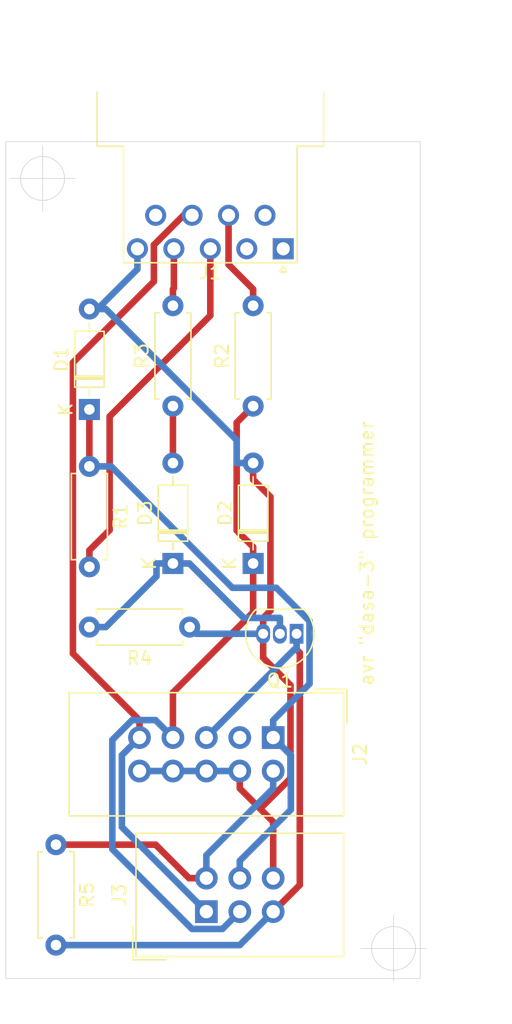
<source format=kicad_pcb>
(kicad_pcb (version 20171130) (host pcbnew 5.1.4-3.fc30)

  (general
    (thickness 1.6)
    (drawings 10)
    (tracks 97)
    (zones 0)
    (modules 12)
    (nets 17)
  )

  (page A4)
  (title_block
    (title "AVR dasa-3 programmer PCB layout")
    (date 2019-09-20)
    (rev 1.0)
    (company "mgr inż. Paweł Sobótka")
    (comment 1 "GNU GPLv3")
    (comment 2 "Device AVR Serial Adapter")
  )

  (layers
    (0 F.Cu signal)
    (31 B.Cu signal)
    (32 B.Adhes user)
    (33 F.Adhes user)
    (34 B.Paste user)
    (35 F.Paste user)
    (36 B.SilkS user)
    (37 F.SilkS user)
    (38 B.Mask user)
    (39 F.Mask user)
    (40 Dwgs.User user)
    (41 Cmts.User user)
    (42 Eco1.User user)
    (43 Eco2.User user)
    (44 Edge.Cuts user)
    (45 Margin user)
    (46 B.CrtYd user)
    (47 F.CrtYd user)
    (48 B.Fab user)
    (49 F.Fab user)
  )

  (setup
    (last_trace_width 0.25)
    (user_trace_width 1)
    (trace_clearance 0.2)
    (zone_clearance 0.508)
    (zone_45_only no)
    (trace_min 0.2)
    (via_size 0.8)
    (via_drill 0.4)
    (via_min_size 0.4)
    (via_min_drill 0.3)
    (user_via 1.2 0.5)
    (uvia_size 0.3)
    (uvia_drill 0.1)
    (uvias_allowed no)
    (uvia_min_size 0.2)
    (uvia_min_drill 0.1)
    (edge_width 0.05)
    (segment_width 0.2)
    (pcb_text_width 0.3)
    (pcb_text_size 1.5 1.5)
    (mod_edge_width 0.12)
    (mod_text_size 1 1)
    (mod_text_width 0.15)
    (pad_size 1.524 1.524)
    (pad_drill 0.762)
    (pad_to_mask_clearance 0.051)
    (solder_mask_min_width 0.25)
    (aux_axis_origin 116.586 111.506)
    (visible_elements FFFFFF7F)
    (pcbplotparams
      (layerselection 0x291f0_ffffffff)
      (usegerberextensions false)
      (usegerberattributes false)
      (usegerberadvancedattributes false)
      (creategerberjobfile true)
      (excludeedgelayer true)
      (linewidth 0.100000)
      (plotframeref false)
      (viasonmask false)
      (mode 1)
      (useauxorigin true)
      (hpglpennumber 1)
      (hpglpenspeed 20)
      (hpglpendiameter 15.000000)
      (psnegative false)
      (psa4output false)
      (plotreference true)
      (plotvalue true)
      (plotinvisibletext false)
      (padsonsilk false)
      (subtractmaskfromsilk true)
      (outputformat 1)
      (mirror false)
      (drillshape 0)
      (scaleselection 1)
      (outputdirectory "gerbv/"))
  )

  (net 0 "")
  (net 1 GND)
  (net 2 "Net-(D1-Pad1)")
  (net 3 "Net-(D2-Pad1)")
  (net 4 "Net-(D3-Pad1)")
  (net 5 "Net-(D3-Pad2)")
  (net 6 "Net-(J1-Pad1)")
  (net 7 "Net-(J1-Pad2)")
  (net 8 "Net-(J1-Pad3)")
  (net 9 "Net-(J1-Pad4)")
  (net 10 "Net-(J1-Pad6)")
  (net 11 "Net-(J1-Pad7)")
  (net 12 "Net-(J1-Pad8)")
  (net 13 "Net-(J1-Pad9)")
  (net 14 "Net-(J2-Pad2)")
  (net 15 "Net-(J2-Pad3)")
  (net 16 "Net-(J2-Pad5)")

  (net_class Default "To jest domyślna klasa połączeń."
    (clearance 0.2)
    (trace_width 0.25)
    (via_dia 0.8)
    (via_drill 0.4)
    (uvia_dia 0.3)
    (uvia_drill 0.1)
  )

  (net_class signals ""
    (clearance 0.2)
    (trace_width 0.5)
    (via_dia 0.8)
    (via_drill 0.4)
    (uvia_dia 0.3)
    (uvia_drill 0.1)
    (add_net GND)
    (add_net "Net-(D1-Pad1)")
    (add_net "Net-(D2-Pad1)")
    (add_net "Net-(D3-Pad1)")
    (add_net "Net-(D3-Pad2)")
    (add_net "Net-(J1-Pad1)")
    (add_net "Net-(J1-Pad2)")
    (add_net "Net-(J1-Pad3)")
    (add_net "Net-(J1-Pad4)")
    (add_net "Net-(J1-Pad6)")
    (add_net "Net-(J1-Pad7)")
    (add_net "Net-(J1-Pad8)")
    (add_net "Net-(J1-Pad9)")
    (add_net "Net-(J2-Pad2)")
    (add_net "Net-(J2-Pad3)")
    (add_net "Net-(J2-Pad5)")
  )

  (module Connector_Dsub:DSUB-9_Male_Horizontal_P2.77x2.54mm_EdgePinOffset9.40mm (layer F.Cu) (tedit 59FEDEE2) (tstamp 5D34C7B1)
    (at 137.668 56.134 180)
    (descr "9-pin D-Sub connector, horizontal/angled (90 deg), THT-mount, male, pitch 2.77x2.54mm, pin-PCB-offset 9.4mm, see http://docs-europe.electrocomponents.com/webdocs/1585/0900766b81585df2.pdf")
    (tags "9-pin D-Sub connector horizontal angled 90deg THT male pitch 2.77x2.54mm pin-PCB-offset 9.4mm")
    (path /5D346C6C)
    (fp_text reference J1 (at 5.54 -1.8) (layer F.SilkS)
      (effects (font (size 1 1) (thickness 0.15)))
    )
    (fp_text value DB9_Male (at -6.858 5.08) (layer F.Fab)
      (effects (font (size 1 1) (thickness 0.15)))
    )
    (fp_text user %R (at -4.572 -0.254) (layer F.Fab)
      (effects (font (size 1 1) (thickness 0.15)))
    )
    (fp_line (start 14.2 18.85) (end -3.15 18.85) (layer F.CrtYd) (width 0.05))
    (fp_line (start 14.2 12.85) (end 14.2 18.85) (layer F.CrtYd) (width 0.05))
    (fp_line (start 21.5 12.85) (end 14.2 12.85) (layer F.CrtYd) (width 0.05))
    (fp_line (start 21.5 11.45) (end 21.5 12.85) (layer F.CrtYd) (width 0.05))
    (fp_line (start 14.6 11.45) (end 21.5 11.45) (layer F.CrtYd) (width 0.05))
    (fp_line (start 14.6 7.35) (end 14.6 11.45) (layer F.CrtYd) (width 0.05))
    (fp_line (start 12.4 7.35) (end 14.6 7.35) (layer F.CrtYd) (width 0.05))
    (fp_line (start 12.4 -1.35) (end 12.4 7.35) (layer F.CrtYd) (width 0.05))
    (fp_line (start -1.3 -1.35) (end 12.4 -1.35) (layer F.CrtYd) (width 0.05))
    (fp_line (start -1.3 7.35) (end -1.3 -1.35) (layer F.CrtYd) (width 0.05))
    (fp_line (start -3.55 7.35) (end -1.3 7.35) (layer F.CrtYd) (width 0.05))
    (fp_line (start -3.55 11.45) (end -3.55 7.35) (layer F.CrtYd) (width 0.05))
    (fp_line (start -10.4 11.45) (end -3.55 11.45) (layer F.CrtYd) (width 0.05))
    (fp_line (start -10.4 12.85) (end -10.4 11.45) (layer F.CrtYd) (width 0.05))
    (fp_line (start -3.15 12.85) (end -10.4 12.85) (layer F.CrtYd) (width 0.05))
    (fp_line (start -3.15 18.85) (end -3.15 12.85) (layer F.CrtYd) (width 0.05))
    (fp_line (start 0 -1.321325) (end -0.25 -1.754338) (layer F.SilkS) (width 0.12))
    (fp_line (start 0.25 -1.754338) (end 0 -1.321325) (layer F.SilkS) (width 0.12))
    (fp_line (start -0.25 -1.754338) (end 0.25 -1.754338) (layer F.SilkS) (width 0.12))
    (fp_line (start 14.15 7.78) (end 14.15 11.88) (layer F.SilkS) (width 0.12))
    (fp_line (start 12.14 7.78) (end 14.15 7.78) (layer F.SilkS) (width 0.12))
    (fp_line (start 12.14 -1.06) (end 12.14 7.78) (layer F.SilkS) (width 0.12))
    (fp_line (start -1.06 -1.06) (end 12.14 -1.06) (layer F.SilkS) (width 0.12))
    (fp_line (start -1.06 7.78) (end -1.06 -1.06) (layer F.SilkS) (width 0.12))
    (fp_line (start -3.07 7.78) (end -1.06 7.78) (layer F.SilkS) (width 0.12))
    (fp_line (start -3.07 11.88) (end -3.07 7.78) (layer F.SilkS) (width 0.12))
    (fp_line (start 13.69 12.34) (end -2.61 12.34) (layer F.Fab) (width 0.1))
    (fp_line (start 13.69 18.34) (end 13.69 12.34) (layer F.Fab) (width 0.1))
    (fp_line (start -2.61 18.34) (end 13.69 18.34) (layer F.Fab) (width 0.1))
    (fp_line (start -2.61 12.34) (end -2.61 18.34) (layer F.Fab) (width 0.1))
    (fp_line (start 20.965 11.94) (end -9.885 11.94) (layer F.Fab) (width 0.1))
    (fp_line (start 20.965 12.34) (end 20.965 11.94) (layer F.Fab) (width 0.1))
    (fp_line (start -9.885 12.34) (end 20.965 12.34) (layer F.Fab) (width 0.1))
    (fp_line (start -9.885 11.94) (end -9.885 12.34) (layer F.Fab) (width 0.1))
    (fp_line (start 14.09 7.84) (end -3.01 7.84) (layer F.Fab) (width 0.1))
    (fp_line (start 14.09 11.94) (end 14.09 7.84) (layer F.Fab) (width 0.1))
    (fp_line (start -3.01 11.94) (end 14.09 11.94) (layer F.Fab) (width 0.1))
    (fp_line (start -3.01 7.84) (end -3.01 11.94) (layer F.Fab) (width 0.1))
    (fp_line (start 9.795 2.54) (end 9.795 7.84) (layer F.Fab) (width 0.1))
    (fp_line (start 9.695 2.54) (end 9.695 7.84) (layer F.Fab) (width 0.1))
    (fp_line (start 9.595 2.54) (end 9.595 7.84) (layer F.Fab) (width 0.1))
    (fp_line (start 7.025 2.54) (end 7.025 7.84) (layer F.Fab) (width 0.1))
    (fp_line (start 6.925 2.54) (end 6.925 7.84) (layer F.Fab) (width 0.1))
    (fp_line (start 6.825 2.54) (end 6.825 7.84) (layer F.Fab) (width 0.1))
    (fp_line (start 4.255 2.54) (end 4.255 7.84) (layer F.Fab) (width 0.1))
    (fp_line (start 4.155 2.54) (end 4.155 7.84) (layer F.Fab) (width 0.1))
    (fp_line (start 4.055 2.54) (end 4.055 7.84) (layer F.Fab) (width 0.1))
    (fp_line (start 1.485 2.54) (end 1.485 7.84) (layer F.Fab) (width 0.1))
    (fp_line (start 1.385 2.54) (end 1.385 7.84) (layer F.Fab) (width 0.1))
    (fp_line (start 1.285 2.54) (end 1.285 7.84) (layer F.Fab) (width 0.1))
    (fp_line (start 11.18 0) (end 11.18 7.84) (layer F.Fab) (width 0.1))
    (fp_line (start 11.08 0) (end 11.08 7.84) (layer F.Fab) (width 0.1))
    (fp_line (start 10.98 0) (end 10.98 7.84) (layer F.Fab) (width 0.1))
    (fp_line (start 8.41 0) (end 8.41 7.84) (layer F.Fab) (width 0.1))
    (fp_line (start 8.31 0) (end 8.31 7.84) (layer F.Fab) (width 0.1))
    (fp_line (start 8.21 0) (end 8.21 7.84) (layer F.Fab) (width 0.1))
    (fp_line (start 5.64 0) (end 5.64 7.84) (layer F.Fab) (width 0.1))
    (fp_line (start 5.54 0) (end 5.54 7.84) (layer F.Fab) (width 0.1))
    (fp_line (start 5.44 0) (end 5.44 7.84) (layer F.Fab) (width 0.1))
    (fp_line (start 2.87 0) (end 2.87 7.84) (layer F.Fab) (width 0.1))
    (fp_line (start 2.77 0) (end 2.77 7.84) (layer F.Fab) (width 0.1))
    (fp_line (start 2.67 0) (end 2.67 7.84) (layer F.Fab) (width 0.1))
    (fp_line (start 0.1 0) (end 0.1 7.84) (layer F.Fab) (width 0.1))
    (fp_line (start 0 0) (end 0 7.84) (layer F.Fab) (width 0.1))
    (fp_line (start -0.1 0) (end -0.1 7.84) (layer F.Fab) (width 0.1))
    (pad 9 thru_hole circle (at 9.695 2.54 180) (size 1.6 1.6) (drill 1) (layers *.Cu *.Mask)
      (net 13 "Net-(J1-Pad9)"))
    (pad 8 thru_hole circle (at 6.925 2.54 180) (size 1.6 1.6) (drill 1) (layers *.Cu *.Mask)
      (net 12 "Net-(J1-Pad8)"))
    (pad 7 thru_hole circle (at 4.155 2.54 180) (size 1.6 1.6) (drill 1) (layers *.Cu *.Mask)
      (net 11 "Net-(J1-Pad7)"))
    (pad 6 thru_hole circle (at 1.385 2.54 180) (size 1.6 1.6) (drill 1) (layers *.Cu *.Mask)
      (net 10 "Net-(J1-Pad6)"))
    (pad 5 thru_hole circle (at 11.08 0 180) (size 1.6 1.6) (drill 1) (layers *.Cu *.Mask)
      (net 1 GND))
    (pad 4 thru_hole circle (at 8.31 0 180) (size 1.6 1.6) (drill 1) (layers *.Cu *.Mask)
      (net 9 "Net-(J1-Pad4)"))
    (pad 3 thru_hole circle (at 5.54 0 180) (size 1.6 1.6) (drill 1) (layers *.Cu *.Mask)
      (net 8 "Net-(J1-Pad3)"))
    (pad 2 thru_hole circle (at 2.77 0 180) (size 1.6 1.6) (drill 1) (layers *.Cu *.Mask)
      (net 7 "Net-(J1-Pad2)"))
    (pad 1 thru_hole rect (at 0 0 180) (size 1.6 1.6) (drill 1) (layers *.Cu *.Mask)
      (net 6 "Net-(J1-Pad1)"))
    (model ${KISYS3DMOD}/Connector_Dsub.3dshapes/DSUB-9_Male_Horizontal_P2.77x2.54mm_EdgePinOffset9.40mm.wrl
      (at (xyz 0 0 0))
      (scale (xyz 1 1 1))
      (rotate (xyz 0 0 0))
    )
  )

  (module Diode_THT:D_DO-35_SOD27_P7.62mm_Horizontal (layer F.Cu) (tedit 5AE50CD5) (tstamp 5D34C716)
    (at 122.936 68.326 90)
    (descr "Diode, DO-35_SOD27 series, Axial, Horizontal, pin pitch=7.62mm, , length*diameter=4*2mm^2, , http://www.diodes.com/_files/packages/DO-35.pdf")
    (tags "Diode DO-35_SOD27 series Axial Horizontal pin pitch 7.62mm  length 4mm diameter 2mm")
    (path /5D34DB0D)
    (fp_text reference D1 (at 3.81 -2.12 90) (layer F.SilkS)
      (effects (font (size 1 1) (thickness 0.15)))
    )
    (fp_text value 1N4733A (at 3.81 2.12 90) (layer F.Fab)
      (effects (font (size 1 1) (thickness 0.15)))
    )
    (fp_text user K (at 0 -1.8 90) (layer F.SilkS)
      (effects (font (size 1 1) (thickness 0.15)))
    )
    (fp_text user K (at 0 -1.8 90) (layer F.Fab)
      (effects (font (size 1 1) (thickness 0.15)))
    )
    (fp_text user %R (at 4.11 0 90) (layer F.Fab)
      (effects (font (size 0.8 0.8) (thickness 0.12)))
    )
    (fp_line (start 8.67 -1.25) (end -1.05 -1.25) (layer F.CrtYd) (width 0.05))
    (fp_line (start 8.67 1.25) (end 8.67 -1.25) (layer F.CrtYd) (width 0.05))
    (fp_line (start -1.05 1.25) (end 8.67 1.25) (layer F.CrtYd) (width 0.05))
    (fp_line (start -1.05 -1.25) (end -1.05 1.25) (layer F.CrtYd) (width 0.05))
    (fp_line (start 2.29 -1.12) (end 2.29 1.12) (layer F.SilkS) (width 0.12))
    (fp_line (start 2.53 -1.12) (end 2.53 1.12) (layer F.SilkS) (width 0.12))
    (fp_line (start 2.41 -1.12) (end 2.41 1.12) (layer F.SilkS) (width 0.12))
    (fp_line (start 6.58 0) (end 5.93 0) (layer F.SilkS) (width 0.12))
    (fp_line (start 1.04 0) (end 1.69 0) (layer F.SilkS) (width 0.12))
    (fp_line (start 5.93 -1.12) (end 1.69 -1.12) (layer F.SilkS) (width 0.12))
    (fp_line (start 5.93 1.12) (end 5.93 -1.12) (layer F.SilkS) (width 0.12))
    (fp_line (start 1.69 1.12) (end 5.93 1.12) (layer F.SilkS) (width 0.12))
    (fp_line (start 1.69 -1.12) (end 1.69 1.12) (layer F.SilkS) (width 0.12))
    (fp_line (start 2.31 -1) (end 2.31 1) (layer F.Fab) (width 0.1))
    (fp_line (start 2.51 -1) (end 2.51 1) (layer F.Fab) (width 0.1))
    (fp_line (start 2.41 -1) (end 2.41 1) (layer F.Fab) (width 0.1))
    (fp_line (start 7.62 0) (end 5.81 0) (layer F.Fab) (width 0.1))
    (fp_line (start 0 0) (end 1.81 0) (layer F.Fab) (width 0.1))
    (fp_line (start 5.81 -1) (end 1.81 -1) (layer F.Fab) (width 0.1))
    (fp_line (start 5.81 1) (end 5.81 -1) (layer F.Fab) (width 0.1))
    (fp_line (start 1.81 1) (end 5.81 1) (layer F.Fab) (width 0.1))
    (fp_line (start 1.81 -1) (end 1.81 1) (layer F.Fab) (width 0.1))
    (pad 2 thru_hole oval (at 7.62 0 90) (size 1.6 1.6) (drill 0.8) (layers *.Cu *.Mask)
      (net 1 GND))
    (pad 1 thru_hole rect (at 0 0 90) (size 1.6 1.6) (drill 0.8) (layers *.Cu *.Mask)
      (net 2 "Net-(D1-Pad1)"))
    (model ${KISYS3DMOD}/Diode_THT.3dshapes/D_DO-35_SOD27_P7.62mm_Horizontal.wrl
      (at (xyz 0 0 0))
      (scale (xyz 1 1 1))
      (rotate (xyz 0 0 0))
    )
  )

  (module Diode_THT:D_DO-35_SOD27_P7.62mm_Horizontal (layer F.Cu) (tedit 5AE50CD5) (tstamp 5D34C735)
    (at 135.382 80.01 90)
    (descr "Diode, DO-35_SOD27 series, Axial, Horizontal, pin pitch=7.62mm, , length*diameter=4*2mm^2, , http://www.diodes.com/_files/packages/DO-35.pdf")
    (tags "Diode DO-35_SOD27 series Axial Horizontal pin pitch 7.62mm  length 4mm diameter 2mm")
    (path /5D34DE88)
    (fp_text reference D2 (at 3.81 -2.12 90) (layer F.SilkS)
      (effects (font (size 1 1) (thickness 0.15)))
    )
    (fp_text value 1N4733A (at 3.81 2.12 90) (layer F.Fab)
      (effects (font (size 1 1) (thickness 0.15)))
    )
    (fp_line (start 1.81 -1) (end 1.81 1) (layer F.Fab) (width 0.1))
    (fp_line (start 1.81 1) (end 5.81 1) (layer F.Fab) (width 0.1))
    (fp_line (start 5.81 1) (end 5.81 -1) (layer F.Fab) (width 0.1))
    (fp_line (start 5.81 -1) (end 1.81 -1) (layer F.Fab) (width 0.1))
    (fp_line (start 0 0) (end 1.81 0) (layer F.Fab) (width 0.1))
    (fp_line (start 7.62 0) (end 5.81 0) (layer F.Fab) (width 0.1))
    (fp_line (start 2.41 -1) (end 2.41 1) (layer F.Fab) (width 0.1))
    (fp_line (start 2.51 -1) (end 2.51 1) (layer F.Fab) (width 0.1))
    (fp_line (start 2.31 -1) (end 2.31 1) (layer F.Fab) (width 0.1))
    (fp_line (start 1.69 -1.12) (end 1.69 1.12) (layer F.SilkS) (width 0.12))
    (fp_line (start 1.69 1.12) (end 5.93 1.12) (layer F.SilkS) (width 0.12))
    (fp_line (start 5.93 1.12) (end 5.93 -1.12) (layer F.SilkS) (width 0.12))
    (fp_line (start 5.93 -1.12) (end 1.69 -1.12) (layer F.SilkS) (width 0.12))
    (fp_line (start 1.04 0) (end 1.69 0) (layer F.SilkS) (width 0.12))
    (fp_line (start 6.58 0) (end 5.93 0) (layer F.SilkS) (width 0.12))
    (fp_line (start 2.41 -1.12) (end 2.41 1.12) (layer F.SilkS) (width 0.12))
    (fp_line (start 2.53 -1.12) (end 2.53 1.12) (layer F.SilkS) (width 0.12))
    (fp_line (start 2.29 -1.12) (end 2.29 1.12) (layer F.SilkS) (width 0.12))
    (fp_line (start -1.05 -1.25) (end -1.05 1.25) (layer F.CrtYd) (width 0.05))
    (fp_line (start -1.05 1.25) (end 8.67 1.25) (layer F.CrtYd) (width 0.05))
    (fp_line (start 8.67 1.25) (end 8.67 -1.25) (layer F.CrtYd) (width 0.05))
    (fp_line (start 8.67 -1.25) (end -1.05 -1.25) (layer F.CrtYd) (width 0.05))
    (fp_text user %R (at 4.11 0 90) (layer F.Fab)
      (effects (font (size 0.8 0.8) (thickness 0.12)))
    )
    (fp_text user K (at 0 -1.8 90) (layer F.Fab)
      (effects (font (size 1 1) (thickness 0.15)))
    )
    (fp_text user K (at 0 -1.8 90) (layer F.SilkS)
      (effects (font (size 1 1) (thickness 0.15)))
    )
    (pad 1 thru_hole rect (at 0 0 90) (size 1.6 1.6) (drill 0.8) (layers *.Cu *.Mask)
      (net 3 "Net-(D2-Pad1)"))
    (pad 2 thru_hole oval (at 7.62 0 90) (size 1.6 1.6) (drill 0.8) (layers *.Cu *.Mask)
      (net 1 GND))
    (model ${KISYS3DMOD}/Diode_THT.3dshapes/D_DO-35_SOD27_P7.62mm_Horizontal.wrl
      (at (xyz 0 0 0))
      (scale (xyz 1 1 1))
      (rotate (xyz 0 0 0))
    )
  )

  (module Diode_THT:D_DO-35_SOD27_P7.62mm_Horizontal (layer F.Cu) (tedit 5AE50CD5) (tstamp 5D34C754)
    (at 129.286 80.01 90)
    (descr "Diode, DO-35_SOD27 series, Axial, Horizontal, pin pitch=7.62mm, , length*diameter=4*2mm^2, , http://www.diodes.com/_files/packages/DO-35.pdf")
    (tags "Diode DO-35_SOD27 series Axial Horizontal pin pitch 7.62mm  length 4mm diameter 2mm")
    (path /5D3484F2)
    (fp_text reference D3 (at 3.81 -2.12 90) (layer F.SilkS)
      (effects (font (size 1 1) (thickness 0.15)))
    )
    (fp_text value 1N4148 (at 3.81 2.12 90) (layer F.Fab)
      (effects (font (size 1 1) (thickness 0.15)))
    )
    (fp_line (start 1.81 -1) (end 1.81 1) (layer F.Fab) (width 0.1))
    (fp_line (start 1.81 1) (end 5.81 1) (layer F.Fab) (width 0.1))
    (fp_line (start 5.81 1) (end 5.81 -1) (layer F.Fab) (width 0.1))
    (fp_line (start 5.81 -1) (end 1.81 -1) (layer F.Fab) (width 0.1))
    (fp_line (start 0 0) (end 1.81 0) (layer F.Fab) (width 0.1))
    (fp_line (start 7.62 0) (end 5.81 0) (layer F.Fab) (width 0.1))
    (fp_line (start 2.41 -1) (end 2.41 1) (layer F.Fab) (width 0.1))
    (fp_line (start 2.51 -1) (end 2.51 1) (layer F.Fab) (width 0.1))
    (fp_line (start 2.31 -1) (end 2.31 1) (layer F.Fab) (width 0.1))
    (fp_line (start 1.69 -1.12) (end 1.69 1.12) (layer F.SilkS) (width 0.12))
    (fp_line (start 1.69 1.12) (end 5.93 1.12) (layer F.SilkS) (width 0.12))
    (fp_line (start 5.93 1.12) (end 5.93 -1.12) (layer F.SilkS) (width 0.12))
    (fp_line (start 5.93 -1.12) (end 1.69 -1.12) (layer F.SilkS) (width 0.12))
    (fp_line (start 1.04 0) (end 1.69 0) (layer F.SilkS) (width 0.12))
    (fp_line (start 6.58 0) (end 5.93 0) (layer F.SilkS) (width 0.12))
    (fp_line (start 2.41 -1.12) (end 2.41 1.12) (layer F.SilkS) (width 0.12))
    (fp_line (start 2.53 -1.12) (end 2.53 1.12) (layer F.SilkS) (width 0.12))
    (fp_line (start 2.29 -1.12) (end 2.29 1.12) (layer F.SilkS) (width 0.12))
    (fp_line (start -1.05 -1.25) (end -1.05 1.25) (layer F.CrtYd) (width 0.05))
    (fp_line (start -1.05 1.25) (end 8.67 1.25) (layer F.CrtYd) (width 0.05))
    (fp_line (start 8.67 1.25) (end 8.67 -1.25) (layer F.CrtYd) (width 0.05))
    (fp_line (start 8.67 -1.25) (end -1.05 -1.25) (layer F.CrtYd) (width 0.05))
    (fp_text user %R (at 4.11 0 90) (layer F.Fab)
      (effects (font (size 0.8 0.8) (thickness 0.12)))
    )
    (fp_text user K (at 0 -1.8 90) (layer F.Fab)
      (effects (font (size 1 1) (thickness 0.15)))
    )
    (fp_text user K (at 0 -1.8 90) (layer F.SilkS)
      (effects (font (size 1 1) (thickness 0.15)))
    )
    (pad 1 thru_hole rect (at 0 0 90) (size 1.6 1.6) (drill 0.8) (layers *.Cu *.Mask)
      (net 4 "Net-(D3-Pad1)"))
    (pad 2 thru_hole oval (at 7.62 0 90) (size 1.6 1.6) (drill 0.8) (layers *.Cu *.Mask)
      (net 5 "Net-(D3-Pad2)"))
    (model ${KISYS3DMOD}/Diode_THT.3dshapes/D_DO-35_SOD27_P7.62mm_Horizontal.wrl
      (at (xyz 0 0 0))
      (scale (xyz 1 1 1))
      (rotate (xyz 0 0 0))
    )
  )

  (module Connector_IDC:IDC-Header_2x05_P2.54mm_Vertical (layer F.Cu) (tedit 59DE0611) (tstamp 5D34C7D9)
    (at 136.906 93.218 270)
    (descr "Through hole straight IDC box header, 2x05, 2.54mm pitch, double rows")
    (tags "Through hole IDC box header THT 2x05 2.54mm double row")
    (path /5D350C85)
    (fp_text reference J2 (at 1.27 -6.604 90) (layer F.SilkS)
      (effects (font (size 1 1) (thickness 0.15)))
    )
    (fp_text value AVR-ISP-10 (at 1.27 16.764 90) (layer F.Fab)
      (effects (font (size 1 1) (thickness 0.15)))
    )
    (fp_text user %R (at 1.27 5.08 90) (layer F.Fab)
      (effects (font (size 1 1) (thickness 0.15)))
    )
    (fp_line (start 5.695 -5.1) (end 5.695 15.26) (layer F.Fab) (width 0.1))
    (fp_line (start 5.145 -4.56) (end 5.145 14.7) (layer F.Fab) (width 0.1))
    (fp_line (start -3.155 -5.1) (end -3.155 15.26) (layer F.Fab) (width 0.1))
    (fp_line (start -2.605 -4.56) (end -2.605 2.83) (layer F.Fab) (width 0.1))
    (fp_line (start -2.605 7.33) (end -2.605 14.7) (layer F.Fab) (width 0.1))
    (fp_line (start -2.605 2.83) (end -3.155 2.83) (layer F.Fab) (width 0.1))
    (fp_line (start -2.605 7.33) (end -3.155 7.33) (layer F.Fab) (width 0.1))
    (fp_line (start 5.695 -5.1) (end -3.155 -5.1) (layer F.Fab) (width 0.1))
    (fp_line (start 5.145 -4.56) (end -2.605 -4.56) (layer F.Fab) (width 0.1))
    (fp_line (start 5.695 15.26) (end -3.155 15.26) (layer F.Fab) (width 0.1))
    (fp_line (start 5.145 14.7) (end -2.605 14.7) (layer F.Fab) (width 0.1))
    (fp_line (start 5.695 -5.1) (end 5.145 -4.56) (layer F.Fab) (width 0.1))
    (fp_line (start 5.695 15.26) (end 5.145 14.7) (layer F.Fab) (width 0.1))
    (fp_line (start -3.155 -5.1) (end -2.605 -4.56) (layer F.Fab) (width 0.1))
    (fp_line (start -3.155 15.26) (end -2.605 14.7) (layer F.Fab) (width 0.1))
    (fp_line (start 5.95 -5.35) (end 5.95 15.51) (layer F.CrtYd) (width 0.05))
    (fp_line (start 5.95 15.51) (end -3.41 15.51) (layer F.CrtYd) (width 0.05))
    (fp_line (start -3.41 15.51) (end -3.41 -5.35) (layer F.CrtYd) (width 0.05))
    (fp_line (start -3.41 -5.35) (end 5.95 -5.35) (layer F.CrtYd) (width 0.05))
    (fp_line (start 5.945 -5.35) (end 5.945 15.51) (layer F.SilkS) (width 0.12))
    (fp_line (start 5.945 15.51) (end -3.405 15.51) (layer F.SilkS) (width 0.12))
    (fp_line (start -3.405 15.51) (end -3.405 -5.35) (layer F.SilkS) (width 0.12))
    (fp_line (start -3.405 -5.35) (end 5.945 -5.35) (layer F.SilkS) (width 0.12))
    (fp_line (start -3.655 -5.6) (end -3.655 -3.06) (layer F.SilkS) (width 0.12))
    (fp_line (start -3.655 -5.6) (end -1.115 -5.6) (layer F.SilkS) (width 0.12))
    (pad 1 thru_hole rect (at 0 0 270) (size 1.7272 1.7272) (drill 1.016) (layers *.Cu *.Mask)
      (net 2 "Net-(D1-Pad1)"))
    (pad 2 thru_hole oval (at 2.54 0 270) (size 1.7272 1.7272) (drill 1.016) (layers *.Cu *.Mask)
      (net 14 "Net-(J2-Pad2)"))
    (pad 3 thru_hole oval (at 0 2.54 270) (size 1.7272 1.7272) (drill 1.016) (layers *.Cu *.Mask)
      (net 15 "Net-(J2-Pad3)"))
    (pad 4 thru_hole oval (at 2.54 2.54 270) (size 1.7272 1.7272) (drill 1.016) (layers *.Cu *.Mask)
      (net 1 GND))
    (pad 5 thru_hole oval (at 0 5.08 270) (size 1.7272 1.7272) (drill 1.016) (layers *.Cu *.Mask)
      (net 16 "Net-(J2-Pad5)"))
    (pad 6 thru_hole oval (at 2.54 5.08 270) (size 1.7272 1.7272) (drill 1.016) (layers *.Cu *.Mask)
      (net 1 GND))
    (pad 7 thru_hole oval (at 0 7.62 270) (size 1.7272 1.7272) (drill 1.016) (layers *.Cu *.Mask)
      (net 3 "Net-(D2-Pad1)"))
    (pad 8 thru_hole oval (at 2.54 7.62 270) (size 1.7272 1.7272) (drill 1.016) (layers *.Cu *.Mask)
      (net 1 GND))
    (pad 9 thru_hole oval (at 0 10.16 270) (size 1.7272 1.7272) (drill 1.016) (layers *.Cu *.Mask)
      (net 12 "Net-(J1-Pad8)"))
    (pad 10 thru_hole oval (at 2.54 10.16 270) (size 1.7272 1.7272) (drill 1.016) (layers *.Cu *.Mask)
      (net 1 GND))
    (model ${KISYS3DMOD}/Connector_IDC.3dshapes/IDC-Header_2x05_P2.54mm_Vertical.wrl
      (at (xyz 0 0 0))
      (scale (xyz 1 1 1))
      (rotate (xyz 0 0 0))
    )
  )

  (module Connector_IDC:IDC-Header_2x03_P2.54mm_Vertical (layer F.Cu) (tedit 59DE0819) (tstamp 5D35C2DC)
    (at 131.826 106.426 90)
    (descr "Through hole straight IDC box header, 2x03, 2.54mm pitch, double rows")
    (tags "Through hole IDC box header THT 2x03 2.54mm double row")
    (path /5D35091F)
    (fp_text reference J3 (at 1.27 -6.604 90) (layer F.SilkS)
      (effects (font (size 1 1) (thickness 0.15)))
    )
    (fp_text value AVR-ISP-6 (at 1.27 11.684 90) (layer F.Fab)
      (effects (font (size 1 1) (thickness 0.15)))
    )
    (fp_text user %R (at 1.27 2.54 90) (layer F.Fab)
      (effects (font (size 1 1) (thickness 0.15)))
    )
    (fp_line (start 5.695 -5.1) (end 5.695 10.18) (layer F.Fab) (width 0.1))
    (fp_line (start 5.145 -4.56) (end 5.145 9.62) (layer F.Fab) (width 0.1))
    (fp_line (start -3.155 -5.1) (end -3.155 10.18) (layer F.Fab) (width 0.1))
    (fp_line (start -2.605 -4.56) (end -2.605 0.29) (layer F.Fab) (width 0.1))
    (fp_line (start -2.605 4.79) (end -2.605 9.62) (layer F.Fab) (width 0.1))
    (fp_line (start -2.605 0.29) (end -3.155 0.29) (layer F.Fab) (width 0.1))
    (fp_line (start -2.605 4.79) (end -3.155 4.79) (layer F.Fab) (width 0.1))
    (fp_line (start 5.695 -5.1) (end -3.155 -5.1) (layer F.Fab) (width 0.1))
    (fp_line (start 5.145 -4.56) (end -2.605 -4.56) (layer F.Fab) (width 0.1))
    (fp_line (start 5.695 10.18) (end -3.155 10.18) (layer F.Fab) (width 0.1))
    (fp_line (start 5.145 9.62) (end -2.605 9.62) (layer F.Fab) (width 0.1))
    (fp_line (start 5.695 -5.1) (end 5.145 -4.56) (layer F.Fab) (width 0.1))
    (fp_line (start 5.695 10.18) (end 5.145 9.62) (layer F.Fab) (width 0.1))
    (fp_line (start -3.155 -5.1) (end -2.605 -4.56) (layer F.Fab) (width 0.1))
    (fp_line (start -3.155 10.18) (end -2.605 9.62) (layer F.Fab) (width 0.1))
    (fp_line (start 5.95 -5.35) (end 5.95 10.43) (layer F.CrtYd) (width 0.05))
    (fp_line (start 5.95 10.43) (end -3.41 10.43) (layer F.CrtYd) (width 0.05))
    (fp_line (start -3.41 10.43) (end -3.41 -5.35) (layer F.CrtYd) (width 0.05))
    (fp_line (start -3.41 -5.35) (end 5.95 -5.35) (layer F.CrtYd) (width 0.05))
    (fp_line (start 5.945 -5.35) (end 5.945 10.43) (layer F.SilkS) (width 0.12))
    (fp_line (start 5.945 10.43) (end -3.405 10.43) (layer F.SilkS) (width 0.12))
    (fp_line (start -3.405 10.43) (end -3.405 -5.35) (layer F.SilkS) (width 0.12))
    (fp_line (start -3.405 -5.35) (end 5.945 -5.35) (layer F.SilkS) (width 0.12))
    (fp_line (start -3.655 -5.6) (end -3.655 -3.06) (layer F.SilkS) (width 0.12))
    (fp_line (start -3.655 -5.6) (end -1.115 -5.6) (layer F.SilkS) (width 0.12))
    (pad 1 thru_hole rect (at 0 0 90) (size 1.7272 1.7272) (drill 1.016) (layers *.Cu *.Mask)
      (net 12 "Net-(J1-Pad8)"))
    (pad 2 thru_hole oval (at 2.54 0 90) (size 1.7272 1.7272) (drill 1.016) (layers *.Cu *.Mask)
      (net 14 "Net-(J2-Pad2)"))
    (pad 3 thru_hole oval (at 0 2.54 90) (size 1.7272 1.7272) (drill 1.016) (layers *.Cu *.Mask)
      (net 3 "Net-(D2-Pad1)"))
    (pad 4 thru_hole oval (at 2.54 2.54 90) (size 1.7272 1.7272) (drill 1.016) (layers *.Cu *.Mask)
      (net 2 "Net-(D1-Pad1)"))
    (pad 5 thru_hole oval (at 0 5.08 90) (size 1.7272 1.7272) (drill 1.016) (layers *.Cu *.Mask)
      (net 16 "Net-(J2-Pad5)"))
    (pad 6 thru_hole oval (at 2.54 5.08 90) (size 1.7272 1.7272) (drill 1.016) (layers *.Cu *.Mask)
      (net 1 GND))
    (model ${KISYS3DMOD}/Connector_IDC.3dshapes/IDC-Header_2x03_P2.54mm_Vertical.wrl
      (at (xyz 0 0 0))
      (scale (xyz 1 1 1))
      (rotate (xyz 0 0 0))
    )
  )

  (module Package_TO_SOT_THT:TO-92_Inline (layer F.Cu) (tedit 5A1DD157) (tstamp 5D34C80F)
    (at 138.684 85.344 180)
    (descr "TO-92 leads in-line, narrow, oval pads, drill 0.75mm (see NXP sot054_po.pdf)")
    (tags "to-92 sc-43 sc-43a sot54 PA33 transistor")
    (path /5D350391)
    (fp_text reference Q1 (at 1.27 -3.56) (layer F.SilkS)
      (effects (font (size 1 1) (thickness 0.15)))
    )
    (fp_text value BC546 (at 1.27 2.79) (layer F.Fab)
      (effects (font (size 1 1) (thickness 0.15)))
    )
    (fp_text user %R (at 1.27 -3.56) (layer F.Fab)
      (effects (font (size 1 1) (thickness 0.15)))
    )
    (fp_line (start -0.53 1.85) (end 3.07 1.85) (layer F.SilkS) (width 0.12))
    (fp_line (start -0.5 1.75) (end 3 1.75) (layer F.Fab) (width 0.1))
    (fp_line (start -1.46 -2.73) (end 4 -2.73) (layer F.CrtYd) (width 0.05))
    (fp_line (start -1.46 -2.73) (end -1.46 2.01) (layer F.CrtYd) (width 0.05))
    (fp_line (start 4 2.01) (end 4 -2.73) (layer F.CrtYd) (width 0.05))
    (fp_line (start 4 2.01) (end -1.46 2.01) (layer F.CrtYd) (width 0.05))
    (fp_arc (start 1.27 0) (end 1.27 -2.48) (angle 135) (layer F.Fab) (width 0.1))
    (fp_arc (start 1.27 0) (end 1.27 -2.6) (angle -135) (layer F.SilkS) (width 0.12))
    (fp_arc (start 1.27 0) (end 1.27 -2.48) (angle -135) (layer F.Fab) (width 0.1))
    (fp_arc (start 1.27 0) (end 1.27 -2.6) (angle 135) (layer F.SilkS) (width 0.12))
    (pad 2 thru_hole oval (at 1.27 0 180) (size 1.05 1.5) (drill 0.75) (layers *.Cu *.Mask)
      (net 4 "Net-(D3-Pad1)"))
    (pad 3 thru_hole oval (at 2.54 0 180) (size 1.05 1.5) (drill 0.75) (layers *.Cu *.Mask)
      (net 1 GND))
    (pad 1 thru_hole rect (at 0 0 180) (size 1.05 1.5) (drill 0.75) (layers *.Cu *.Mask)
      (net 16 "Net-(J2-Pad5)"))
    (model ${KISYS3DMOD}/Package_TO_SOT_THT.3dshapes/TO-92_Inline.wrl
      (at (xyz 0 0 0))
      (scale (xyz 1 1 1))
      (rotate (xyz 0 0 0))
    )
  )

  (module Resistor_THT:R_Axial_DIN0207_L6.3mm_D2.5mm_P7.62mm_Horizontal (layer F.Cu) (tedit 5AE5139B) (tstamp 5D34C826)
    (at 122.936 72.644 270)
    (descr "Resistor, Axial_DIN0207 series, Axial, Horizontal, pin pitch=7.62mm, 0.25W = 1/4W, length*diameter=6.3*2.5mm^2, http://cdn-reichelt.de/documents/datenblatt/B400/1_4W%23YAG.pdf")
    (tags "Resistor Axial_DIN0207 series Axial Horizontal pin pitch 7.62mm 0.25W = 1/4W length 6.3mm diameter 2.5mm")
    (path /5D347D96)
    (fp_text reference R1 (at 3.81 -2.37 90) (layer F.SilkS)
      (effects (font (size 1 1) (thickness 0.15)))
    )
    (fp_text value 4k7 (at 3.81 2.37 90) (layer F.Fab)
      (effects (font (size 1 1) (thickness 0.15)))
    )
    (fp_line (start 0.66 -1.25) (end 0.66 1.25) (layer F.Fab) (width 0.1))
    (fp_line (start 0.66 1.25) (end 6.96 1.25) (layer F.Fab) (width 0.1))
    (fp_line (start 6.96 1.25) (end 6.96 -1.25) (layer F.Fab) (width 0.1))
    (fp_line (start 6.96 -1.25) (end 0.66 -1.25) (layer F.Fab) (width 0.1))
    (fp_line (start 0 0) (end 0.66 0) (layer F.Fab) (width 0.1))
    (fp_line (start 7.62 0) (end 6.96 0) (layer F.Fab) (width 0.1))
    (fp_line (start 0.54 -1.04) (end 0.54 -1.37) (layer F.SilkS) (width 0.12))
    (fp_line (start 0.54 -1.37) (end 7.08 -1.37) (layer F.SilkS) (width 0.12))
    (fp_line (start 7.08 -1.37) (end 7.08 -1.04) (layer F.SilkS) (width 0.12))
    (fp_line (start 0.54 1.04) (end 0.54 1.37) (layer F.SilkS) (width 0.12))
    (fp_line (start 0.54 1.37) (end 7.08 1.37) (layer F.SilkS) (width 0.12))
    (fp_line (start 7.08 1.37) (end 7.08 1.04) (layer F.SilkS) (width 0.12))
    (fp_line (start -1.05 -1.5) (end -1.05 1.5) (layer F.CrtYd) (width 0.05))
    (fp_line (start -1.05 1.5) (end 8.67 1.5) (layer F.CrtYd) (width 0.05))
    (fp_line (start 8.67 1.5) (end 8.67 -1.5) (layer F.CrtYd) (width 0.05))
    (fp_line (start 8.67 -1.5) (end -1.05 -1.5) (layer F.CrtYd) (width 0.05))
    (fp_text user %R (at 3.81 0 90) (layer F.Fab)
      (effects (font (size 1 1) (thickness 0.15)))
    )
    (pad 1 thru_hole circle (at 0 0 270) (size 1.6 1.6) (drill 0.8) (layers *.Cu *.Mask)
      (net 2 "Net-(D1-Pad1)"))
    (pad 2 thru_hole oval (at 7.62 0 270) (size 1.6 1.6) (drill 0.8) (layers *.Cu *.Mask)
      (net 8 "Net-(J1-Pad3)"))
    (model ${KISYS3DMOD}/Resistor_THT.3dshapes/R_Axial_DIN0207_L6.3mm_D2.5mm_P7.62mm_Horizontal.wrl
      (at (xyz 0 0 0))
      (scale (xyz 1 1 1))
      (rotate (xyz 0 0 0))
    )
  )

  (module Resistor_THT:R_Axial_DIN0207_L6.3mm_D2.5mm_P7.62mm_Horizontal (layer F.Cu) (tedit 5AE5139B) (tstamp 5D35C4CD)
    (at 135.382 68.072 90)
    (descr "Resistor, Axial_DIN0207 series, Axial, Horizontal, pin pitch=7.62mm, 0.25W = 1/4W, length*diameter=6.3*2.5mm^2, http://cdn-reichelt.de/documents/datenblatt/B400/1_4W%23YAG.pdf")
    (tags "Resistor Axial_DIN0207 series Axial Horizontal pin pitch 7.62mm 0.25W = 1/4W length 6.3mm diameter 2.5mm")
    (path /5D347F69)
    (fp_text reference R2 (at 3.81 -2.37 90) (layer F.SilkS)
      (effects (font (size 1 1) (thickness 0.15)))
    )
    (fp_text value 4k7 (at 3.81 2.37 90) (layer F.Fab)
      (effects (font (size 1 1) (thickness 0.15)))
    )
    (fp_text user %R (at 3.81 0 90) (layer F.Fab)
      (effects (font (size 1 1) (thickness 0.15)))
    )
    (fp_line (start 8.67 -1.5) (end -1.05 -1.5) (layer F.CrtYd) (width 0.05))
    (fp_line (start 8.67 1.5) (end 8.67 -1.5) (layer F.CrtYd) (width 0.05))
    (fp_line (start -1.05 1.5) (end 8.67 1.5) (layer F.CrtYd) (width 0.05))
    (fp_line (start -1.05 -1.5) (end -1.05 1.5) (layer F.CrtYd) (width 0.05))
    (fp_line (start 7.08 1.37) (end 7.08 1.04) (layer F.SilkS) (width 0.12))
    (fp_line (start 0.54 1.37) (end 7.08 1.37) (layer F.SilkS) (width 0.12))
    (fp_line (start 0.54 1.04) (end 0.54 1.37) (layer F.SilkS) (width 0.12))
    (fp_line (start 7.08 -1.37) (end 7.08 -1.04) (layer F.SilkS) (width 0.12))
    (fp_line (start 0.54 -1.37) (end 7.08 -1.37) (layer F.SilkS) (width 0.12))
    (fp_line (start 0.54 -1.04) (end 0.54 -1.37) (layer F.SilkS) (width 0.12))
    (fp_line (start 7.62 0) (end 6.96 0) (layer F.Fab) (width 0.1))
    (fp_line (start 0 0) (end 0.66 0) (layer F.Fab) (width 0.1))
    (fp_line (start 6.96 -1.25) (end 0.66 -1.25) (layer F.Fab) (width 0.1))
    (fp_line (start 6.96 1.25) (end 6.96 -1.25) (layer F.Fab) (width 0.1))
    (fp_line (start 0.66 1.25) (end 6.96 1.25) (layer F.Fab) (width 0.1))
    (fp_line (start 0.66 -1.25) (end 0.66 1.25) (layer F.Fab) (width 0.1))
    (pad 2 thru_hole oval (at 7.62 0 90) (size 1.6 1.6) (drill 0.8) (layers *.Cu *.Mask)
      (net 11 "Net-(J1-Pad7)"))
    (pad 1 thru_hole circle (at 0 0 90) (size 1.6 1.6) (drill 0.8) (layers *.Cu *.Mask)
      (net 3 "Net-(D2-Pad1)"))
    (model ${KISYS3DMOD}/Resistor_THT.3dshapes/R_Axial_DIN0207_L6.3mm_D2.5mm_P7.62mm_Horizontal.wrl
      (at (xyz 0 0 0))
      (scale (xyz 1 1 1))
      (rotate (xyz 0 0 0))
    )
  )

  (module Resistor_THT:R_Axial_DIN0207_L6.3mm_D2.5mm_P7.62mm_Horizontal (layer F.Cu) (tedit 5AE5139B) (tstamp 5D34C854)
    (at 129.286 68.072 90)
    (descr "Resistor, Axial_DIN0207 series, Axial, Horizontal, pin pitch=7.62mm, 0.25W = 1/4W, length*diameter=6.3*2.5mm^2, http://cdn-reichelt.de/documents/datenblatt/B400/1_4W%23YAG.pdf")
    (tags "Resistor Axial_DIN0207 series Axial Horizontal pin pitch 7.62mm 0.25W = 1/4W length 6.3mm diameter 2.5mm")
    (path /5D34822E)
    (fp_text reference R3 (at 3.81 -2.37 90) (layer F.SilkS)
      (effects (font (size 1 1) (thickness 0.15)))
    )
    (fp_text value 10k (at 3.81 2.37 90) (layer F.Fab)
      (effects (font (size 1 1) (thickness 0.15)))
    )
    (fp_text user %R (at 3.81 0 90) (layer F.Fab)
      (effects (font (size 1 1) (thickness 0.15)))
    )
    (fp_line (start 8.67 -1.5) (end -1.05 -1.5) (layer F.CrtYd) (width 0.05))
    (fp_line (start 8.67 1.5) (end 8.67 -1.5) (layer F.CrtYd) (width 0.05))
    (fp_line (start -1.05 1.5) (end 8.67 1.5) (layer F.CrtYd) (width 0.05))
    (fp_line (start -1.05 -1.5) (end -1.05 1.5) (layer F.CrtYd) (width 0.05))
    (fp_line (start 7.08 1.37) (end 7.08 1.04) (layer F.SilkS) (width 0.12))
    (fp_line (start 0.54 1.37) (end 7.08 1.37) (layer F.SilkS) (width 0.12))
    (fp_line (start 0.54 1.04) (end 0.54 1.37) (layer F.SilkS) (width 0.12))
    (fp_line (start 7.08 -1.37) (end 7.08 -1.04) (layer F.SilkS) (width 0.12))
    (fp_line (start 0.54 -1.37) (end 7.08 -1.37) (layer F.SilkS) (width 0.12))
    (fp_line (start 0.54 -1.04) (end 0.54 -1.37) (layer F.SilkS) (width 0.12))
    (fp_line (start 7.62 0) (end 6.96 0) (layer F.Fab) (width 0.1))
    (fp_line (start 0 0) (end 0.66 0) (layer F.Fab) (width 0.1))
    (fp_line (start 6.96 -1.25) (end 0.66 -1.25) (layer F.Fab) (width 0.1))
    (fp_line (start 6.96 1.25) (end 6.96 -1.25) (layer F.Fab) (width 0.1))
    (fp_line (start 0.66 1.25) (end 6.96 1.25) (layer F.Fab) (width 0.1))
    (fp_line (start 0.66 -1.25) (end 0.66 1.25) (layer F.Fab) (width 0.1))
    (pad 2 thru_hole oval (at 7.62 0 90) (size 1.6 1.6) (drill 0.8) (layers *.Cu *.Mask)
      (net 9 "Net-(J1-Pad4)"))
    (pad 1 thru_hole circle (at 0 0 90) (size 1.6 1.6) (drill 0.8) (layers *.Cu *.Mask)
      (net 5 "Net-(D3-Pad2)"))
    (model ${KISYS3DMOD}/Resistor_THT.3dshapes/R_Axial_DIN0207_L6.3mm_D2.5mm_P7.62mm_Horizontal.wrl
      (at (xyz 0 0 0))
      (scale (xyz 1 1 1))
      (rotate (xyz 0 0 0))
    )
  )

  (module Resistor_THT:R_Axial_DIN0207_L6.3mm_D2.5mm_P7.62mm_Horizontal (layer F.Cu) (tedit 5AE5139B) (tstamp 5D34C86B)
    (at 130.556 84.836 180)
    (descr "Resistor, Axial_DIN0207 series, Axial, Horizontal, pin pitch=7.62mm, 0.25W = 1/4W, length*diameter=6.3*2.5mm^2, http://cdn-reichelt.de/documents/datenblatt/B400/1_4W%23YAG.pdf")
    (tags "Resistor Axial_DIN0207 series Axial Horizontal pin pitch 7.62mm 0.25W = 1/4W length 6.3mm diameter 2.5mm")
    (path /5D36AFEE)
    (fp_text reference R4 (at 3.81 -2.37) (layer F.SilkS)
      (effects (font (size 1 1) (thickness 0.15)))
    )
    (fp_text value 4k7 (at 3.81 2.37) (layer F.Fab)
      (effects (font (size 1 1) (thickness 0.15)))
    )
    (fp_line (start 0.66 -1.25) (end 0.66 1.25) (layer F.Fab) (width 0.1))
    (fp_line (start 0.66 1.25) (end 6.96 1.25) (layer F.Fab) (width 0.1))
    (fp_line (start 6.96 1.25) (end 6.96 -1.25) (layer F.Fab) (width 0.1))
    (fp_line (start 6.96 -1.25) (end 0.66 -1.25) (layer F.Fab) (width 0.1))
    (fp_line (start 0 0) (end 0.66 0) (layer F.Fab) (width 0.1))
    (fp_line (start 7.62 0) (end 6.96 0) (layer F.Fab) (width 0.1))
    (fp_line (start 0.54 -1.04) (end 0.54 -1.37) (layer F.SilkS) (width 0.12))
    (fp_line (start 0.54 -1.37) (end 7.08 -1.37) (layer F.SilkS) (width 0.12))
    (fp_line (start 7.08 -1.37) (end 7.08 -1.04) (layer F.SilkS) (width 0.12))
    (fp_line (start 0.54 1.04) (end 0.54 1.37) (layer F.SilkS) (width 0.12))
    (fp_line (start 0.54 1.37) (end 7.08 1.37) (layer F.SilkS) (width 0.12))
    (fp_line (start 7.08 1.37) (end 7.08 1.04) (layer F.SilkS) (width 0.12))
    (fp_line (start -1.05 -1.5) (end -1.05 1.5) (layer F.CrtYd) (width 0.05))
    (fp_line (start -1.05 1.5) (end 8.67 1.5) (layer F.CrtYd) (width 0.05))
    (fp_line (start 8.67 1.5) (end 8.67 -1.5) (layer F.CrtYd) (width 0.05))
    (fp_line (start 8.67 -1.5) (end -1.05 -1.5) (layer F.CrtYd) (width 0.05))
    (fp_text user %R (at 3.81 0) (layer F.Fab)
      (effects (font (size 1 1) (thickness 0.15)))
    )
    (pad 1 thru_hole circle (at 0 0 180) (size 1.6 1.6) (drill 0.8) (layers *.Cu *.Mask)
      (net 1 GND))
    (pad 2 thru_hole oval (at 7.62 0 180) (size 1.6 1.6) (drill 0.8) (layers *.Cu *.Mask)
      (net 4 "Net-(D3-Pad1)"))
    (model ${KISYS3DMOD}/Resistor_THT.3dshapes/R_Axial_DIN0207_L6.3mm_D2.5mm_P7.62mm_Horizontal.wrl
      (at (xyz 0 0 0))
      (scale (xyz 1 1 1))
      (rotate (xyz 0 0 0))
    )
  )

  (module Resistor_THT:R_Axial_DIN0207_L6.3mm_D2.5mm_P7.62mm_Horizontal (layer F.Cu) (tedit 5AE5139B) (tstamp 5D34C882)
    (at 120.396 101.346 270)
    (descr "Resistor, Axial_DIN0207 series, Axial, Horizontal, pin pitch=7.62mm, 0.25W = 1/4W, length*diameter=6.3*2.5mm^2, http://cdn-reichelt.de/documents/datenblatt/B400/1_4W%23YAG.pdf")
    (tags "Resistor Axial_DIN0207 series Axial Horizontal pin pitch 7.62mm 0.25W = 1/4W length 6.3mm diameter 2.5mm")
    (path /5D348090)
    (fp_text reference R5 (at 3.81 -2.37 90) (layer F.SilkS)
      (effects (font (size 1 1) (thickness 0.15)))
    )
    (fp_text value 10k (at 3.81 2.37 90) (layer F.Fab)
      (effects (font (size 1 1) (thickness 0.15)))
    )
    (fp_line (start 0.66 -1.25) (end 0.66 1.25) (layer F.Fab) (width 0.1))
    (fp_line (start 0.66 1.25) (end 6.96 1.25) (layer F.Fab) (width 0.1))
    (fp_line (start 6.96 1.25) (end 6.96 -1.25) (layer F.Fab) (width 0.1))
    (fp_line (start 6.96 -1.25) (end 0.66 -1.25) (layer F.Fab) (width 0.1))
    (fp_line (start 0 0) (end 0.66 0) (layer F.Fab) (width 0.1))
    (fp_line (start 7.62 0) (end 6.96 0) (layer F.Fab) (width 0.1))
    (fp_line (start 0.54 -1.04) (end 0.54 -1.37) (layer F.SilkS) (width 0.12))
    (fp_line (start 0.54 -1.37) (end 7.08 -1.37) (layer F.SilkS) (width 0.12))
    (fp_line (start 7.08 -1.37) (end 7.08 -1.04) (layer F.SilkS) (width 0.12))
    (fp_line (start 0.54 1.04) (end 0.54 1.37) (layer F.SilkS) (width 0.12))
    (fp_line (start 0.54 1.37) (end 7.08 1.37) (layer F.SilkS) (width 0.12))
    (fp_line (start 7.08 1.37) (end 7.08 1.04) (layer F.SilkS) (width 0.12))
    (fp_line (start -1.05 -1.5) (end -1.05 1.5) (layer F.CrtYd) (width 0.05))
    (fp_line (start -1.05 1.5) (end 8.67 1.5) (layer F.CrtYd) (width 0.05))
    (fp_line (start 8.67 1.5) (end 8.67 -1.5) (layer F.CrtYd) (width 0.05))
    (fp_line (start 8.67 -1.5) (end -1.05 -1.5) (layer F.CrtYd) (width 0.05))
    (fp_text user %R (at 3.81 0 90) (layer F.Fab)
      (effects (font (size 1 1) (thickness 0.15)))
    )
    (pad 1 thru_hole circle (at 0 0 270) (size 1.6 1.6) (drill 0.8) (layers *.Cu *.Mask)
      (net 14 "Net-(J2-Pad2)"))
    (pad 2 thru_hole oval (at 7.62 0 270) (size 1.6 1.6) (drill 0.8) (layers *.Cu *.Mask)
      (net 16 "Net-(J2-Pad5)"))
    (model ${KISYS3DMOD}/Resistor_THT.3dshapes/R_Axial_DIN0207_L6.3mm_D2.5mm_P7.62mm_Horizontal.wrl
      (at (xyz 0 0 0))
      (scale (xyz 1 1 1))
      (rotate (xyz 0 0 0))
    )
  )

  (dimension 63.506 (width 0.15) (layer Cmts.User)
    (gr_text "63,506 mm" (at 153.7 79.753 90) (layer Cmts.User)
      (effects (font (size 1 1) (thickness 0.15)))
    )
    (feature1 (pts (xy 148.082 48) (xy 152.986421 48)))
    (feature2 (pts (xy 148.082 111.506) (xy 152.986421 111.506)))
    (crossbar (pts (xy 152.4 111.506) (xy 152.4 48)))
    (arrow1a (pts (xy 152.4 48) (xy 152.986421 49.126504)))
    (arrow1b (pts (xy 152.4 48) (xy 151.813579 49.126504)))
    (arrow2a (pts (xy 152.4 111.506) (xy 152.986421 110.379496)))
    (arrow2b (pts (xy 152.4 111.506) (xy 151.813579 110.379496)))
  )
  (dimension 31.496 (width 0.15) (layer Cmts.User)
    (gr_text "31,496 mm" (at 132.334 115.6) (layer Cmts.User)
      (effects (font (size 1 1) (thickness 0.15)))
    )
    (feature1 (pts (xy 148.082 111.506) (xy 148.082 114.886421)))
    (feature2 (pts (xy 116.586 111.506) (xy 116.586 114.886421)))
    (crossbar (pts (xy 116.586 114.3) (xy 148.082 114.3)))
    (arrow1a (pts (xy 148.082 114.3) (xy 146.955496 114.886421)))
    (arrow1b (pts (xy 148.082 114.3) (xy 146.955496 113.713579)))
    (arrow2a (pts (xy 116.586 114.3) (xy 117.712504 114.886421)))
    (arrow2b (pts (xy 116.586 114.3) (xy 117.712504 113.713579)))
  )
  (target plus (at 146.05 109.22) (size 5) (width 0.05) (layer Edge.Cuts))
  (gr_text "avr \"dasa-3\" programmer" (at 144.018 79.248 90) (layer F.SilkS)
    (effects (font (size 1 1) (thickness 0.15)))
  )
  (target plus (at 119.38 50.8) (size 5) (width 0.05) (layer Edge.Cuts))
  (gr_line (start 116.586 48) (end 116.586 53.34) (layer Edge.Cuts) (width 0.05) (tstamp 5D35D15F))
  (gr_line (start 116.586 111.506) (end 116.586 53.34) (layer Edge.Cuts) (width 0.05))
  (gr_line (start 148.082 111.506) (end 116.586 111.506) (layer Edge.Cuts) (width 0.05))
  (gr_line (start 148.082 48) (end 148.082 111.506) (layer Edge.Cuts) (width 0.05))
  (gr_line (start 116.586 48) (end 148.082 48) (layer Edge.Cuts) (width 0.05))

  (segment (start 135.382 72.39) (end 135.382 73.6403) (width 0.5) (layer F.Cu) (net 1))
  (segment (start 136.144 85.344) (end 136.144 84.1437) (width 0.5) (layer F.Cu) (net 1))
  (segment (start 136.144 84.1437) (end 136.6968 83.5909) (width 0.5) (layer F.Cu) (net 1))
  (segment (start 136.6968 83.5909) (end 136.6968 74.9551) (width 0.5) (layer F.Cu) (net 1))
  (segment (start 136.6968 74.9551) (end 135.382 73.6403) (width 0.5) (layer F.Cu) (net 1))
  (segment (start 135.9138 98.6197) (end 138.2199 96.3136) (width 0.5) (layer F.Cu) (net 1))
  (segment (start 138.2199 96.3136) (end 138.2199 89.2396) (width 0.5) (layer F.Cu) (net 1))
  (segment (start 138.2199 89.2396) (end 136.144 87.1637) (width 0.5) (layer F.Cu) (net 1))
  (segment (start 136.144 87.1637) (end 136.144 85.344) (width 0.5) (layer F.Cu) (net 1))
  (segment (start 135.9138 98.6197) (end 134.366 97.0719) (width 0.5) (layer F.Cu) (net 1))
  (segment (start 136.906 102.7472) (end 136.906 99.6119) (width 0.5) (layer F.Cu) (net 1))
  (segment (start 136.906 99.6119) (end 135.9138 98.6197) (width 0.5) (layer F.Cu) (net 1))
  (segment (start 134.366 95.758) (end 134.366 97.0719) (width 0.5) (layer F.Cu) (net 1))
  (segment (start 136.906 103.886) (end 136.906 102.7472) (width 0.5) (layer F.Cu) (net 1))
  (segment (start 130.556 84.836) (end 131.064 85.344) (width 0.5) (layer B.Cu) (net 1))
  (segment (start 131.064 85.344) (end 136.144 85.344) (width 0.5) (layer B.Cu) (net 1))
  (segment (start 123.5612 60.706) (end 126.588 57.6792) (width 0.5) (layer B.Cu) (net 1))
  (segment (start 126.588 57.6792) (end 126.588 56.134) (width 0.5) (layer B.Cu) (net 1))
  (segment (start 123.5612 60.706) (end 124.1863 60.706) (width 0.5) (layer B.Cu) (net 1))
  (segment (start 122.936 60.706) (end 123.5612 60.706) (width 0.5) (layer B.Cu) (net 1))
  (segment (start 135.382 72.39) (end 134.1317 72.39) (width 0.5) (layer B.Cu) (net 1))
  (segment (start 134.1317 72.39) (end 134.1317 70.6514) (width 0.5) (layer B.Cu) (net 1))
  (segment (start 134.1317 70.6514) (end 124.1863 60.706) (width 0.5) (layer B.Cu) (net 1))
  (segment (start 131.826 95.758) (end 134.366 95.758) (width 0.5) (layer B.Cu) (net 1))
  (segment (start 129.286 95.758) (end 131.826 95.758) (width 0.5) (layer B.Cu) (net 1))
  (segment (start 126.746 95.758) (end 129.286 95.758) (width 0.5) (layer B.Cu) (net 1))
  (segment (start 136.906 93.218) (end 136.906 91.9041) (width 0.5) (layer B.Cu) (net 2))
  (segment (start 122.936 72.644) (end 124.5903 72.644) (width 0.5) (layer B.Cu) (net 2))
  (segment (start 124.5903 72.644) (end 133.8015 81.8552) (width 0.5) (layer B.Cu) (net 2))
  (segment (start 133.8015 81.8552) (end 137.1403 81.8552) (width 0.5) (layer B.Cu) (net 2))
  (segment (start 137.1403 81.8552) (end 139.6673 84.3822) (width 0.5) (layer B.Cu) (net 2))
  (segment (start 139.6673 84.3822) (end 139.6673 89.1428) (width 0.5) (layer B.Cu) (net 2))
  (segment (start 139.6673 89.1428) (end 136.906 91.9041) (width 0.5) (layer B.Cu) (net 2))
  (segment (start 134.366 102.5721) (end 138.2471 98.691) (width 0.5) (layer B.Cu) (net 2))
  (segment (start 138.2471 98.691) (end 138.2471 94.5591) (width 0.5) (layer B.Cu) (net 2))
  (segment (start 138.2471 94.5591) (end 136.906 93.218) (width 0.5) (layer B.Cu) (net 2))
  (segment (start 134.366 103.886) (end 134.366 102.5721) (width 0.5) (layer B.Cu) (net 2))
  (segment (start 122.936 72.644) (end 122.936 68.326) (width 0.5) (layer F.Cu) (net 2))
  (segment (start 129.286 93.218) (end 127.9629 91.8949) (width 0.5) (layer B.Cu) (net 3))
  (segment (start 127.9629 91.8949) (end 126.1826 91.8949) (width 0.5) (layer B.Cu) (net 3))
  (segment (start 126.1826 91.8949) (end 124.6806 93.3969) (width 0.5) (layer B.Cu) (net 3))
  (segment (start 124.6806 93.3969) (end 124.6806 101.6858) (width 0.5) (layer B.Cu) (net 3))
  (segment (start 124.6806 101.6858) (end 130.7348 107.74) (width 0.5) (layer B.Cu) (net 3))
  (segment (start 130.7348 107.74) (end 133.052 107.74) (width 0.5) (layer B.Cu) (net 3))
  (segment (start 133.052 107.74) (end 134.366 106.426) (width 0.5) (layer B.Cu) (net 3))
  (segment (start 135.382 80.01) (end 135.382 78.7597) (width 0.5) (layer F.Cu) (net 3))
  (segment (start 135.382 78.7597) (end 134.1317 77.5094) (width 0.5) (layer F.Cu) (net 3))
  (segment (start 134.1317 77.5094) (end 134.1317 69.3223) (width 0.5) (layer F.Cu) (net 3))
  (segment (start 134.1317 69.3223) (end 135.382 68.072) (width 0.5) (layer F.Cu) (net 3))
  (segment (start 129.286 93.218) (end 129.286 89.8061) (width 0.5) (layer F.Cu) (net 3))
  (segment (start 129.286 89.8061) (end 135.382 83.7101) (width 0.5) (layer F.Cu) (net 3))
  (segment (start 135.382 83.7101) (end 135.382 80.01) (width 0.5) (layer F.Cu) (net 3))
  (segment (start 129.286 80.01) (end 130.5363 80.01) (width 0.5) (layer B.Cu) (net 4))
  (segment (start 130.5363 80.01) (end 134.67 84.1437) (width 0.5) (layer B.Cu) (net 4))
  (segment (start 134.67 84.1437) (end 137.414 84.1437) (width 0.5) (layer B.Cu) (net 4))
  (segment (start 137.414 85.344) (end 137.414 84.1437) (width 0.5) (layer B.Cu) (net 4))
  (segment (start 129.286 80.01) (end 128.0357 80.01) (width 0.5) (layer B.Cu) (net 4))
  (segment (start 122.936 84.836) (end 124.1863 84.836) (width 0.5) (layer B.Cu) (net 4))
  (segment (start 124.1863 84.836) (end 128.0357 80.9866) (width 0.5) (layer B.Cu) (net 4))
  (segment (start 128.0357 80.9866) (end 128.0357 80.01) (width 0.5) (layer B.Cu) (net 4))
  (segment (start 129.286 68.072) (end 129.286 72.39) (width 0.5) (layer F.Cu) (net 5))
  (segment (start 122.936 79.0137) (end 124.4765 77.4732) (width 0.5) (layer F.Cu) (net 8))
  (segment (start 124.4765 77.4732) (end 124.4765 68.8505) (width 0.5) (layer F.Cu) (net 8))
  (segment (start 124.4765 68.8505) (end 132.128 61.199) (width 0.5) (layer F.Cu) (net 8))
  (segment (start 132.128 61.199) (end 132.128 56.134) (width 0.5) (layer F.Cu) (net 8))
  (segment (start 122.936 80.264) (end 122.936 79.0137) (width 0.5) (layer F.Cu) (net 8))
  (segment (start 129.286 60.452) (end 129.286 59.2017) (width 0.5) (layer F.Cu) (net 9))
  (segment (start 129.286 59.2017) (end 129.358 59.1297) (width 0.5) (layer F.Cu) (net 9))
  (segment (start 129.358 59.1297) (end 129.358 56.134) (width 0.5) (layer F.Cu) (net 9))
  (segment (start 135.382 60.452) (end 135.382 59.2017) (width 0.5) (layer F.Cu) (net 11))
  (segment (start 135.382 59.2017) (end 133.513 57.3327) (width 0.5) (layer F.Cu) (net 11))
  (segment (start 133.513 57.3327) (end 133.513 53.594) (width 0.5) (layer F.Cu) (net 11))
  (segment (start 131.826 106.426) (end 125.4055 100.0055) (width 0.5) (layer B.Cu) (net 12))
  (segment (start 125.4055 100.0055) (end 125.4055 94.5585) (width 0.5) (layer B.Cu) (net 12))
  (segment (start 125.4055 94.5585) (end 126.746 93.218) (width 0.5) (layer B.Cu) (net 12))
  (segment (start 126.746 93.218) (end 126.746 91.9041) (width 0.5) (layer F.Cu) (net 12))
  (segment (start 126.746 91.9041) (end 121.6856 86.8437) (width 0.5) (layer F.Cu) (net 12))
  (segment (start 121.6856 86.8437) (end 121.6856 64.7682) (width 0.5) (layer F.Cu) (net 12))
  (segment (start 121.6856 64.7682) (end 127.8384 58.6154) (width 0.5) (layer F.Cu) (net 12))
  (segment (start 127.8384 58.6154) (end 127.8384 55.8453) (width 0.5) (layer F.Cu) (net 12))
  (segment (start 127.8384 55.8453) (end 130.0897 53.594) (width 0.5) (layer F.Cu) (net 12))
  (segment (start 130.0897 53.594) (end 130.743 53.594) (width 0.5) (layer F.Cu) (net 12))
  (segment (start 136.906 95.758) (end 136.906 97.0719) (width 0.5) (layer B.Cu) (net 14))
  (segment (start 131.826 103.886) (end 131.826 102.1519) (width 0.5) (layer B.Cu) (net 14))
  (segment (start 131.826 102.1519) (end 136.906 97.0719) (width 0.5) (layer B.Cu) (net 14))
  (segment (start 131.826 103.886) (end 130.5121 103.886) (width 0.5) (layer F.Cu) (net 14))
  (segment (start 120.396 101.346) (end 127.9721 101.346) (width 0.5) (layer F.Cu) (net 14))
  (segment (start 127.9721 101.346) (end 130.5121 103.886) (width 0.5) (layer F.Cu) (net 14))
  (segment (start 138.684 85.344) (end 138.684 86.5443) (width 0.5) (layer B.Cu) (net 16))
  (segment (start 138.684 86.5443) (end 138.4997 86.5443) (width 0.5) (layer B.Cu) (net 16))
  (segment (start 138.4997 86.5443) (end 131.826 93.218) (width 0.5) (layer B.Cu) (net 16))
  (segment (start 138.684 85.344) (end 138.684 86.5443) (width 0.5) (layer F.Cu) (net 16))
  (segment (start 136.906 106.426) (end 138.9285 104.4035) (width 0.5) (layer F.Cu) (net 16))
  (segment (start 138.9285 104.4035) (end 138.9285 86.7888) (width 0.5) (layer F.Cu) (net 16))
  (segment (start 138.9285 86.7888) (end 138.684 86.5443) (width 0.5) (layer F.Cu) (net 16))
  (segment (start 120.396 108.966) (end 134.366 108.966) (width 0.5) (layer B.Cu) (net 16))
  (segment (start 134.366 108.966) (end 136.906 106.426) (width 0.5) (layer B.Cu) (net 16))

)

</source>
